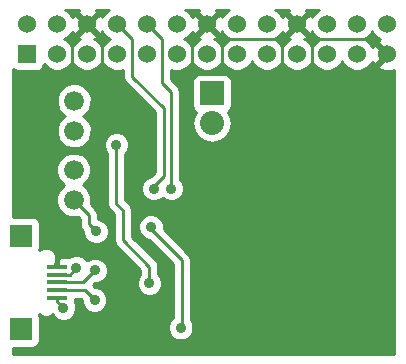
<source format=gbr>
G04 #@! TF.FileFunction,Copper,L2,Bot,Signal*
%FSLAX46Y46*%
G04 Gerber Fmt 4.6, Leading zero omitted, Abs format (unit mm)*
G04 Created by KiCad (PCBNEW 4.0.1-stable) date 4/22/2016 1:25:18 PM*
%MOMM*%
G01*
G04 APERTURE LIST*
%ADD10C,0.150000*%
%ADD11R,1.524000X1.524000*%
%ADD12C,1.524000*%
%ADD13C,1.676400*%
%ADD14R,2.032000X2.032000*%
%ADD15O,2.032000X2.032000*%
%ADD16R,1.800000X0.400000*%
%ADD17R,1.900000X1.900000*%
%ADD18C,0.889000*%
%ADD19C,0.254000*%
G04 APERTURE END LIST*
D10*
D11*
X1905000Y-4445000D03*
D12*
X1905000Y-1905000D03*
X4445000Y-4445000D03*
X4445000Y-1905000D03*
X6985000Y-4445000D03*
X6985000Y-1905000D03*
X9525000Y-4445000D03*
X9525000Y-1905000D03*
X12065000Y-4445000D03*
X12065000Y-1905000D03*
X14605000Y-4445000D03*
X14605000Y-1905000D03*
X17145000Y-4445000D03*
X17145000Y-1905000D03*
X19685000Y-4445000D03*
X19685000Y-1905000D03*
X22225000Y-4445000D03*
X22225000Y-1905000D03*
X24765000Y-4445000D03*
X24765000Y-1905000D03*
X27305000Y-4445000D03*
X27305000Y-1905000D03*
X29845000Y-4445000D03*
X29845000Y-1905000D03*
X32385000Y-4445000D03*
X32385000Y-1905000D03*
D13*
X5842000Y-14224000D03*
X5842000Y-16764000D03*
X5880000Y-8380000D03*
X5880000Y-10920000D03*
D14*
X17550000Y-7730000D03*
D15*
X17550000Y-10270000D03*
D16*
X4400000Y-25030000D03*
X4400000Y-24380000D03*
X4400000Y-23730000D03*
X4400000Y-23080000D03*
X4400000Y-22430000D03*
D17*
X1375000Y-27680000D03*
X1375000Y-19780000D03*
D18*
X14908000Y-27584000D03*
X12382500Y-19050000D03*
X4980000Y-25900000D03*
X7620000Y-25240000D03*
X7650000Y-22740000D03*
X4622800Y-29083000D03*
X5840000Y-19600000D03*
X10858500Y-24257000D03*
X9652000Y-22860000D03*
X3790000Y-18960000D03*
X12636500Y-15811500D03*
X12255500Y-23812500D03*
X9460000Y-12100000D03*
X7747000Y-19431000D03*
X14097000Y-15811500D03*
X6080000Y-22500000D03*
D19*
X14986000Y-27506000D02*
X14986000Y-21844000D01*
X14908000Y-27584000D02*
X14986000Y-27506000D01*
X12382500Y-19050000D02*
X12382500Y-19240500D01*
X12382500Y-19240500D02*
X14986000Y-21844000D01*
X4400000Y-25030000D02*
X4400000Y-25320000D01*
X4400000Y-25320000D02*
X4980000Y-25900000D01*
X4400000Y-24380000D02*
X6770000Y-24390000D01*
X6770000Y-24390000D02*
X7620000Y-25240000D01*
X7620000Y-25240000D02*
X6770000Y-24390000D01*
X6770000Y-24390000D02*
X4000000Y-24380000D01*
X4400000Y-23730000D02*
X6650000Y-23740000D01*
X6650000Y-23740000D02*
X7650000Y-22740000D01*
X6650000Y-23740000D02*
X7650000Y-22740000D01*
X4000000Y-23730000D02*
X6650000Y-23740000D01*
X4400000Y-22430000D02*
X4360000Y-21080000D01*
X4360000Y-21080000D02*
X5840000Y-19600000D01*
X23495000Y-3175000D02*
X18415000Y-3175000D01*
X31242000Y-3175000D02*
X26035000Y-3175000D01*
X8255000Y-5207000D02*
X8255000Y-3175000D01*
X8255000Y-3175000D02*
X6985000Y-1905000D01*
X26035000Y-5334000D02*
X26035000Y-3175000D01*
X26035000Y-3175000D02*
X24765000Y-1905000D01*
X18415000Y-5334000D02*
X18415000Y-3175000D01*
X18415000Y-3175000D02*
X17145000Y-1905000D01*
X5715000Y-5080000D02*
X5715000Y-3175000D01*
X5715000Y-3175000D02*
X6985000Y-1905000D01*
X23495000Y-5461000D02*
X23495000Y-3175000D01*
X23495000Y-3175000D02*
X24765000Y-1905000D01*
X15875000Y-5207000D02*
X15875000Y-3175000D01*
X15875000Y-3175000D02*
X17145000Y-1905000D01*
X4000000Y-22430000D02*
X4030000Y-22430000D01*
X12636500Y-15811500D02*
X12636500Y-15557500D01*
X10795000Y-3175000D02*
X9525000Y-1905000D01*
X10795000Y-6350000D02*
X10795000Y-3175000D01*
X13462000Y-9017000D02*
X10795000Y-6350000D01*
X13462000Y-14732000D02*
X13462000Y-9017000D01*
X12636500Y-15557500D02*
X13462000Y-14732000D01*
X9461500Y-12101500D02*
X9461500Y-17081500D01*
X12255500Y-22415500D02*
X12255500Y-23812500D01*
X10033000Y-20193000D02*
X12255500Y-22415500D01*
X10033000Y-17653000D02*
X10033000Y-20193000D01*
X9461500Y-17081500D02*
X10033000Y-17653000D01*
X9461500Y-12101500D02*
X9460000Y-12100000D01*
X7112000Y-18796000D02*
X7112000Y-18034000D01*
X7747000Y-19431000D02*
X7112000Y-18796000D01*
X7112000Y-18034000D02*
X5842000Y-16764000D01*
X12065000Y-1905000D02*
X12089000Y-1905000D01*
X12089000Y-1905000D02*
X13335000Y-3151000D01*
X13335000Y-3151000D02*
X13335000Y-6858000D01*
X13335000Y-6858000D02*
X14097000Y-7620000D01*
X14097000Y-7620000D02*
X14097000Y-15811500D01*
X4400000Y-23080000D02*
X5500000Y-23080000D01*
X5500000Y-23080000D02*
X6080000Y-22500000D01*
X4000000Y-23080000D02*
X5280000Y-23080000D01*
G36*
X8940512Y-3174949D02*
X8734697Y-3259990D01*
X8341371Y-3652630D01*
X8255050Y-3860512D01*
X8170010Y-3654697D01*
X7777370Y-3261371D01*
X7585272Y-3181605D01*
X7716143Y-3127397D01*
X7785608Y-2885213D01*
X6985000Y-2084605D01*
X6184392Y-2885213D01*
X6253857Y-3127397D01*
X6394317Y-3177508D01*
X6194697Y-3259990D01*
X5801371Y-3652630D01*
X5715050Y-3860512D01*
X5630010Y-3654697D01*
X5237370Y-3261371D01*
X5029487Y-3175050D01*
X5235303Y-3090010D01*
X5628629Y-2697370D01*
X5708394Y-2505272D01*
X5762603Y-2636143D01*
X6004787Y-2705608D01*
X6805395Y-1905000D01*
X6004787Y-1104392D01*
X5762603Y-1173857D01*
X5712491Y-1314317D01*
X5630010Y-1114697D01*
X5237370Y-721371D01*
X5149778Y-685000D01*
X6253169Y-685000D01*
X6184392Y-924787D01*
X6985000Y-1725395D01*
X7785608Y-924787D01*
X7716830Y-685000D01*
X8819379Y-685000D01*
X8734697Y-719990D01*
X8341371Y-1112630D01*
X8261605Y-1304727D01*
X8207397Y-1173857D01*
X7965213Y-1104392D01*
X7164605Y-1905000D01*
X7965213Y-2705608D01*
X8207397Y-2636143D01*
X8257508Y-2495682D01*
X8339990Y-2695303D01*
X8732630Y-3088629D01*
X8940512Y-3174949D01*
X8940512Y-3174949D01*
G37*
X8940512Y-3174949D02*
X8734697Y-3259990D01*
X8341371Y-3652630D01*
X8255050Y-3860512D01*
X8170010Y-3654697D01*
X7777370Y-3261371D01*
X7585272Y-3181605D01*
X7716143Y-3127397D01*
X7785608Y-2885213D01*
X6985000Y-2084605D01*
X6184392Y-2885213D01*
X6253857Y-3127397D01*
X6394317Y-3177508D01*
X6194697Y-3259990D01*
X5801371Y-3652630D01*
X5715050Y-3860512D01*
X5630010Y-3654697D01*
X5237370Y-3261371D01*
X5029487Y-3175050D01*
X5235303Y-3090010D01*
X5628629Y-2697370D01*
X5708394Y-2505272D01*
X5762603Y-2636143D01*
X6004787Y-2705608D01*
X6805395Y-1905000D01*
X6004787Y-1104392D01*
X5762603Y-1173857D01*
X5712491Y-1314317D01*
X5630010Y-1114697D01*
X5237370Y-721371D01*
X5149778Y-685000D01*
X6253169Y-685000D01*
X6184392Y-924787D01*
X6985000Y-1725395D01*
X7785608Y-924787D01*
X7716830Y-685000D01*
X8819379Y-685000D01*
X8734697Y-719990D01*
X8341371Y-1112630D01*
X8261605Y-1304727D01*
X8207397Y-1173857D01*
X7965213Y-1104392D01*
X7164605Y-1905000D01*
X7965213Y-2705608D01*
X8207397Y-2636143D01*
X8257508Y-2495682D01*
X8339990Y-2695303D01*
X8732630Y-3088629D01*
X8940512Y-3174949D01*
G36*
X12258747Y-4459142D02*
X12079142Y-4638747D01*
X12065000Y-4624605D01*
X12050857Y-4638747D01*
X11871252Y-4459142D01*
X11885395Y-4445000D01*
X11871252Y-4430857D01*
X12050857Y-4251252D01*
X12065000Y-4265395D01*
X12079142Y-4251252D01*
X12258747Y-4430857D01*
X12244605Y-4445000D01*
X12258747Y-4459142D01*
X12258747Y-4459142D01*
G37*
X12258747Y-4459142D02*
X12079142Y-4638747D01*
X12065000Y-4624605D01*
X12050857Y-4638747D01*
X11871252Y-4459142D01*
X11885395Y-4445000D01*
X11871252Y-4430857D01*
X12050857Y-4251252D01*
X12065000Y-4265395D01*
X12079142Y-4251252D01*
X12258747Y-4430857D01*
X12244605Y-4445000D01*
X12258747Y-4459142D01*
G36*
X19100512Y-3174949D02*
X18894697Y-3259990D01*
X18501371Y-3652630D01*
X18415050Y-3860512D01*
X18330010Y-3654697D01*
X17937370Y-3261371D01*
X17745272Y-3181605D01*
X17876143Y-3127397D01*
X17945608Y-2885213D01*
X17145000Y-2084605D01*
X16344392Y-2885213D01*
X16413857Y-3127397D01*
X16554317Y-3177508D01*
X16354697Y-3259990D01*
X15961371Y-3652630D01*
X15875050Y-3860512D01*
X15790010Y-3654697D01*
X15397370Y-3261371D01*
X15189487Y-3175050D01*
X15395303Y-3090010D01*
X15788629Y-2697370D01*
X15868394Y-2505272D01*
X15922603Y-2636143D01*
X16164787Y-2705608D01*
X16965395Y-1905000D01*
X16164787Y-1104392D01*
X15922603Y-1173857D01*
X15872491Y-1314317D01*
X15790010Y-1114697D01*
X15397370Y-721371D01*
X15309778Y-685000D01*
X16413169Y-685000D01*
X16344392Y-924787D01*
X17145000Y-1725395D01*
X17945608Y-924787D01*
X17876830Y-685000D01*
X18979379Y-685000D01*
X18894697Y-719990D01*
X18501371Y-1112630D01*
X18421605Y-1304727D01*
X18367397Y-1173857D01*
X18125213Y-1104392D01*
X17324605Y-1905000D01*
X18125213Y-2705608D01*
X18367397Y-2636143D01*
X18417508Y-2495682D01*
X18499990Y-2695303D01*
X18892630Y-3088629D01*
X19100512Y-3174949D01*
X19100512Y-3174949D01*
G37*
X19100512Y-3174949D02*
X18894697Y-3259990D01*
X18501371Y-3652630D01*
X18415050Y-3860512D01*
X18330010Y-3654697D01*
X17937370Y-3261371D01*
X17745272Y-3181605D01*
X17876143Y-3127397D01*
X17945608Y-2885213D01*
X17145000Y-2084605D01*
X16344392Y-2885213D01*
X16413857Y-3127397D01*
X16554317Y-3177508D01*
X16354697Y-3259990D01*
X15961371Y-3652630D01*
X15875050Y-3860512D01*
X15790010Y-3654697D01*
X15397370Y-3261371D01*
X15189487Y-3175050D01*
X15395303Y-3090010D01*
X15788629Y-2697370D01*
X15868394Y-2505272D01*
X15922603Y-2636143D01*
X16164787Y-2705608D01*
X16965395Y-1905000D01*
X16164787Y-1104392D01*
X15922603Y-1173857D01*
X15872491Y-1314317D01*
X15790010Y-1114697D01*
X15397370Y-721371D01*
X15309778Y-685000D01*
X16413169Y-685000D01*
X16344392Y-924787D01*
X17145000Y-1725395D01*
X17945608Y-924787D01*
X17876830Y-685000D01*
X18979379Y-685000D01*
X18894697Y-719990D01*
X18501371Y-1112630D01*
X18421605Y-1304727D01*
X18367397Y-1173857D01*
X18125213Y-1104392D01*
X17324605Y-1905000D01*
X18125213Y-2705608D01*
X18367397Y-2636143D01*
X18417508Y-2495682D01*
X18499990Y-2695303D01*
X18892630Y-3088629D01*
X19100512Y-3174949D01*
G36*
X26720512Y-3174949D02*
X26514697Y-3259990D01*
X26121371Y-3652630D01*
X26035050Y-3860512D01*
X25950010Y-3654697D01*
X25557370Y-3261371D01*
X25365272Y-3181605D01*
X25496143Y-3127397D01*
X25565608Y-2885213D01*
X24765000Y-2084605D01*
X23964392Y-2885213D01*
X24033857Y-3127397D01*
X24174317Y-3177508D01*
X23974697Y-3259990D01*
X23581371Y-3652630D01*
X23495050Y-3860512D01*
X23410010Y-3654697D01*
X23017370Y-3261371D01*
X22809487Y-3175050D01*
X23015303Y-3090010D01*
X23408629Y-2697370D01*
X23488394Y-2505272D01*
X23542603Y-2636143D01*
X23784787Y-2705608D01*
X24585395Y-1905000D01*
X23784787Y-1104392D01*
X23542603Y-1173857D01*
X23492491Y-1314317D01*
X23410010Y-1114697D01*
X23017370Y-721371D01*
X22929778Y-685000D01*
X24033169Y-685000D01*
X23964392Y-924787D01*
X24765000Y-1725395D01*
X25565608Y-924787D01*
X25496830Y-685000D01*
X26599379Y-685000D01*
X26514697Y-719990D01*
X26121371Y-1112630D01*
X26041605Y-1304727D01*
X25987397Y-1173857D01*
X25745213Y-1104392D01*
X24944605Y-1905000D01*
X25745213Y-2705608D01*
X25987397Y-2636143D01*
X26037508Y-2495682D01*
X26119990Y-2695303D01*
X26512630Y-3088629D01*
X26720512Y-3174949D01*
X26720512Y-3174949D01*
G37*
X26720512Y-3174949D02*
X26514697Y-3259990D01*
X26121371Y-3652630D01*
X26035050Y-3860512D01*
X25950010Y-3654697D01*
X25557370Y-3261371D01*
X25365272Y-3181605D01*
X25496143Y-3127397D01*
X25565608Y-2885213D01*
X24765000Y-2084605D01*
X23964392Y-2885213D01*
X24033857Y-3127397D01*
X24174317Y-3177508D01*
X23974697Y-3259990D01*
X23581371Y-3652630D01*
X23495050Y-3860512D01*
X23410010Y-3654697D01*
X23017370Y-3261371D01*
X22809487Y-3175050D01*
X23015303Y-3090010D01*
X23408629Y-2697370D01*
X23488394Y-2505272D01*
X23542603Y-2636143D01*
X23784787Y-2705608D01*
X24585395Y-1905000D01*
X23784787Y-1104392D01*
X23542603Y-1173857D01*
X23492491Y-1314317D01*
X23410010Y-1114697D01*
X23017370Y-721371D01*
X22929778Y-685000D01*
X24033169Y-685000D01*
X23964392Y-924787D01*
X24765000Y-1725395D01*
X25565608Y-924787D01*
X25496830Y-685000D01*
X26599379Y-685000D01*
X26514697Y-719990D01*
X26121371Y-1112630D01*
X26041605Y-1304727D01*
X25987397Y-1173857D01*
X25745213Y-1104392D01*
X24944605Y-1905000D01*
X25745213Y-2705608D01*
X25987397Y-2636143D01*
X26037508Y-2495682D01*
X26119990Y-2695303D01*
X26512630Y-3088629D01*
X26720512Y-3174949D01*
G36*
X32970000Y-29795000D02*
X19233345Y-29795000D01*
X19233345Y-10270000D01*
X19107670Y-9638190D01*
X18880830Y-9298701D01*
X19020927Y-9206673D01*
X19163377Y-8995640D01*
X19213440Y-8746000D01*
X19213440Y-6714000D01*
X19166463Y-6471877D01*
X19026673Y-6259073D01*
X18815640Y-6116623D01*
X18566000Y-6066560D01*
X16534000Y-6066560D01*
X16291877Y-6113537D01*
X16079073Y-6253327D01*
X15936623Y-6464360D01*
X15886560Y-6714000D01*
X15886560Y-8746000D01*
X15933537Y-8988123D01*
X16073327Y-9200927D01*
X16218860Y-9299163D01*
X15992330Y-9638190D01*
X15866655Y-10270000D01*
X15992330Y-10901810D01*
X16350222Y-11437433D01*
X16885845Y-11795325D01*
X17517655Y-11921000D01*
X17582345Y-11921000D01*
X18214155Y-11795325D01*
X18749778Y-11437433D01*
X19107670Y-10901810D01*
X19233345Y-10270000D01*
X19233345Y-29795000D01*
X15987687Y-29795000D01*
X15987687Y-27370216D01*
X15823689Y-26973311D01*
X15748000Y-26897489D01*
X15748000Y-21844000D01*
X15689996Y-21552396D01*
X15689996Y-21552395D01*
X15524815Y-21305185D01*
X13461833Y-19242203D01*
X13462187Y-18836216D01*
X13298189Y-18439311D01*
X12994786Y-18135378D01*
X12598168Y-17970687D01*
X12168716Y-17970313D01*
X11771811Y-18134311D01*
X11467878Y-18437714D01*
X11303187Y-18834332D01*
X11302813Y-19263784D01*
X11466811Y-19660689D01*
X11770214Y-19964622D01*
X12166832Y-20129313D01*
X12193706Y-20129336D01*
X14224000Y-22159630D01*
X14224000Y-26741494D01*
X13993378Y-26971714D01*
X13828687Y-27368332D01*
X13828313Y-27797784D01*
X13992311Y-28194689D01*
X14295714Y-28498622D01*
X14692332Y-28663313D01*
X15121784Y-28663687D01*
X15518689Y-28499689D01*
X15822622Y-28196286D01*
X15987313Y-27799668D01*
X15987687Y-27370216D01*
X15987687Y-29795000D01*
X13335187Y-29795000D01*
X13335187Y-23598716D01*
X13171189Y-23201811D01*
X13017500Y-23047853D01*
X13017500Y-22415500D01*
X12959496Y-22123896D01*
X12959496Y-22123895D01*
X12893334Y-22024876D01*
X12794316Y-21876685D01*
X10795000Y-19877369D01*
X10795000Y-17653000D01*
X10736996Y-17361395D01*
X10571815Y-17114185D01*
X10223500Y-16765870D01*
X10223500Y-12863144D01*
X10374622Y-12712286D01*
X10539313Y-12315668D01*
X10539687Y-11886216D01*
X10375689Y-11489311D01*
X10072286Y-11185378D01*
X9675668Y-11020687D01*
X9246216Y-11020313D01*
X8849311Y-11184311D01*
X8545378Y-11487714D01*
X8380687Y-11884332D01*
X8380313Y-12313784D01*
X8544311Y-12710689D01*
X8699500Y-12866149D01*
X8699500Y-17081500D01*
X8757504Y-17373105D01*
X8922685Y-17620315D01*
X9271000Y-17968630D01*
X9271000Y-20193000D01*
X9329004Y-20484605D01*
X9494185Y-20731815D01*
X11493500Y-22731130D01*
X11493500Y-23047858D01*
X11340878Y-23200214D01*
X11176187Y-23596832D01*
X11175813Y-24026284D01*
X11339811Y-24423189D01*
X11643214Y-24727122D01*
X12039832Y-24891813D01*
X12469284Y-24892187D01*
X12866189Y-24728189D01*
X13170122Y-24424786D01*
X13334813Y-24028168D01*
X13335187Y-23598716D01*
X13335187Y-29795000D01*
X8826687Y-29795000D01*
X8826687Y-19217216D01*
X8662689Y-18820311D01*
X8359286Y-18516378D01*
X7962668Y-18351687D01*
X7874000Y-18351609D01*
X7874000Y-18034000D01*
X7815996Y-17742395D01*
X7650815Y-17495185D01*
X7650815Y-17495184D01*
X7353455Y-17197824D01*
X7353455Y-10628248D01*
X7129647Y-10086589D01*
X6715591Y-9671810D01*
X6663608Y-9650224D01*
X6713411Y-9629647D01*
X7128190Y-9215591D01*
X7352944Y-8674323D01*
X7353455Y-8088248D01*
X7129647Y-7546589D01*
X6715591Y-7131810D01*
X6174323Y-6907056D01*
X5588248Y-6906545D01*
X5046589Y-7130353D01*
X4631810Y-7544409D01*
X4407056Y-8085677D01*
X4406545Y-8671752D01*
X4630353Y-9213411D01*
X5044409Y-9628190D01*
X5096391Y-9649775D01*
X5046589Y-9670353D01*
X4631810Y-10084409D01*
X4407056Y-10625677D01*
X4406545Y-11211752D01*
X4630353Y-11753411D01*
X5044409Y-12168190D01*
X5585677Y-12392944D01*
X6171752Y-12393455D01*
X6713411Y-12169647D01*
X7128190Y-11755591D01*
X7352944Y-11214323D01*
X7353455Y-10628248D01*
X7353455Y-17197824D01*
X7285313Y-17129682D01*
X7314944Y-17058323D01*
X7315455Y-16472248D01*
X7091647Y-15930589D01*
X6677591Y-15515810D01*
X6625608Y-15494224D01*
X6675411Y-15473647D01*
X7090190Y-15059591D01*
X7314944Y-14518323D01*
X7315455Y-13932248D01*
X7091647Y-13390589D01*
X6677591Y-12975810D01*
X6136323Y-12751056D01*
X5550248Y-12750545D01*
X5008589Y-12974353D01*
X4593810Y-13388409D01*
X4369056Y-13929677D01*
X4368545Y-14515752D01*
X4592353Y-15057411D01*
X5006409Y-15472190D01*
X5058391Y-15493775D01*
X5008589Y-15514353D01*
X4593810Y-15928409D01*
X4369056Y-16469677D01*
X4368545Y-17055752D01*
X4592353Y-17597411D01*
X5006409Y-18012190D01*
X5547677Y-18236944D01*
X6133752Y-18237455D01*
X6207395Y-18207026D01*
X6350000Y-18349630D01*
X6350000Y-18796000D01*
X6408004Y-19087605D01*
X6573185Y-19334815D01*
X6667500Y-19429130D01*
X6667313Y-19644784D01*
X6831311Y-20041689D01*
X7134714Y-20345622D01*
X7531332Y-20510313D01*
X7960784Y-20510687D01*
X8357689Y-20346689D01*
X8661622Y-20043286D01*
X8826313Y-19646668D01*
X8826687Y-19217216D01*
X8826687Y-29795000D01*
X685000Y-29795000D01*
X685000Y-29277440D01*
X2325000Y-29277440D01*
X2567123Y-29230463D01*
X2779927Y-29090673D01*
X2922377Y-28879640D01*
X2972440Y-28630000D01*
X2972440Y-26730000D01*
X2925463Y-26487877D01*
X2886438Y-26428469D01*
X2958853Y-26501011D01*
X3293196Y-26639842D01*
X3655216Y-26640158D01*
X3989800Y-26501910D01*
X4039984Y-26451813D01*
X4064311Y-26510689D01*
X4367714Y-26814622D01*
X4764332Y-26979313D01*
X5193784Y-26979687D01*
X5590689Y-26815689D01*
X5894622Y-26512286D01*
X6059313Y-26115668D01*
X6059687Y-25686216D01*
X5922522Y-25354252D01*
X5947440Y-25230000D01*
X5947440Y-25149035D01*
X6453231Y-25150861D01*
X6540500Y-25238131D01*
X6540313Y-25453784D01*
X6704311Y-25850689D01*
X7007714Y-26154622D01*
X7404332Y-26319313D01*
X7833784Y-26319687D01*
X8230689Y-26155689D01*
X8534622Y-25852286D01*
X8699313Y-25455668D01*
X8699687Y-25026216D01*
X8535689Y-24629311D01*
X8232286Y-24325378D01*
X7835668Y-24160687D01*
X7618127Y-24160497D01*
X7462630Y-24005000D01*
X7648131Y-23819499D01*
X7863784Y-23819687D01*
X8260689Y-23655689D01*
X8564622Y-23352286D01*
X8729313Y-22955668D01*
X8729687Y-22526216D01*
X8565689Y-22129311D01*
X8262286Y-21825378D01*
X7865668Y-21660687D01*
X7436216Y-21660313D01*
X7039311Y-21824311D01*
X6984961Y-21878565D01*
X6692286Y-21585378D01*
X6295668Y-21420687D01*
X5866216Y-21420313D01*
X5469311Y-21584311D01*
X5449133Y-21604453D01*
X5426310Y-21595000D01*
X5173691Y-21595000D01*
X4685750Y-21595000D01*
X4527000Y-21753750D01*
X4527000Y-22232560D01*
X4273000Y-22232560D01*
X4273000Y-22181150D01*
X4384842Y-21911804D01*
X4385158Y-21549784D01*
X4246910Y-21215200D01*
X3991147Y-20958989D01*
X3656804Y-20820158D01*
X3294784Y-20819842D01*
X2960200Y-20958090D01*
X2888836Y-21029328D01*
X2922377Y-20979640D01*
X2972440Y-20730000D01*
X2972440Y-18830000D01*
X2925463Y-18587877D01*
X2785673Y-18375073D01*
X2574640Y-18232623D01*
X2325000Y-18182560D01*
X685000Y-18182560D01*
X685000Y-5663731D01*
X893360Y-5804377D01*
X1143000Y-5854440D01*
X2667000Y-5854440D01*
X2909123Y-5807463D01*
X3121927Y-5667673D01*
X3264377Y-5456640D01*
X3300604Y-5275988D01*
X3652630Y-5628629D01*
X4165900Y-5841757D01*
X4721661Y-5842242D01*
X5235303Y-5630010D01*
X5628629Y-5237370D01*
X5714949Y-5029487D01*
X5799990Y-5235303D01*
X6192630Y-5628629D01*
X6705900Y-5841757D01*
X7261661Y-5842242D01*
X7775303Y-5630010D01*
X8168629Y-5237370D01*
X8254949Y-5029487D01*
X8339990Y-5235303D01*
X8732630Y-5628629D01*
X9245900Y-5841757D01*
X9801661Y-5842242D01*
X10033000Y-5746654D01*
X10033000Y-6350000D01*
X10091004Y-6641605D01*
X10256185Y-6888815D01*
X12700000Y-9332630D01*
X12700000Y-14416369D01*
X12357687Y-14758682D01*
X12025811Y-14895811D01*
X11721878Y-15199214D01*
X11557187Y-15595832D01*
X11556813Y-16025284D01*
X11720811Y-16422189D01*
X12024214Y-16726122D01*
X12420832Y-16890813D01*
X12850284Y-16891187D01*
X13247189Y-16727189D01*
X13366692Y-16607894D01*
X13484714Y-16726122D01*
X13881332Y-16890813D01*
X14310784Y-16891187D01*
X14707689Y-16727189D01*
X15011622Y-16423786D01*
X15176313Y-16027168D01*
X15176687Y-15597716D01*
X15012689Y-15200811D01*
X14859000Y-15046853D01*
X14859000Y-7620000D01*
X14800996Y-7328396D01*
X14800996Y-7328395D01*
X14734834Y-7229376D01*
X14635816Y-7081185D01*
X14097000Y-6542369D01*
X14097000Y-5746709D01*
X14325900Y-5841757D01*
X14881661Y-5842242D01*
X15395303Y-5630010D01*
X15788629Y-5237370D01*
X15874949Y-5029487D01*
X15959990Y-5235303D01*
X16352630Y-5628629D01*
X16865900Y-5841757D01*
X17421661Y-5842242D01*
X17935303Y-5630010D01*
X18328629Y-5237370D01*
X18414949Y-5029487D01*
X18499990Y-5235303D01*
X18892630Y-5628629D01*
X19405900Y-5841757D01*
X19961661Y-5842242D01*
X20475303Y-5630010D01*
X20868629Y-5237370D01*
X20954949Y-5029487D01*
X21039990Y-5235303D01*
X21432630Y-5628629D01*
X21945900Y-5841757D01*
X22501661Y-5842242D01*
X23015303Y-5630010D01*
X23408629Y-5237370D01*
X23494949Y-5029487D01*
X23579990Y-5235303D01*
X23972630Y-5628629D01*
X24485900Y-5841757D01*
X25041661Y-5842242D01*
X25555303Y-5630010D01*
X25948629Y-5237370D01*
X26034949Y-5029487D01*
X26119990Y-5235303D01*
X26512630Y-5628629D01*
X27025900Y-5841757D01*
X27581661Y-5842242D01*
X28095303Y-5630010D01*
X28488629Y-5237370D01*
X28574949Y-5029487D01*
X28659990Y-5235303D01*
X29052630Y-5628629D01*
X29565900Y-5841757D01*
X30121661Y-5842242D01*
X30635303Y-5630010D01*
X31028629Y-5237370D01*
X31108394Y-5045272D01*
X31162603Y-5176143D01*
X31404787Y-5245608D01*
X32205395Y-4445000D01*
X31404787Y-3644392D01*
X31162603Y-3713857D01*
X31112491Y-3854317D01*
X31030010Y-3654697D01*
X30637370Y-3261371D01*
X30429487Y-3175050D01*
X30635303Y-3090010D01*
X31028629Y-2697370D01*
X31114949Y-2489487D01*
X31199990Y-2695303D01*
X31592630Y-3088629D01*
X31784727Y-3168394D01*
X31653857Y-3222603D01*
X31584392Y-3464787D01*
X32385000Y-4265395D01*
X32399142Y-4251252D01*
X32578747Y-4430857D01*
X32564605Y-4445000D01*
X32578747Y-4459142D01*
X32399142Y-4638747D01*
X32385000Y-4624605D01*
X31584392Y-5425213D01*
X31653857Y-5667397D01*
X32177302Y-5854144D01*
X32732368Y-5826362D01*
X32970000Y-5727931D01*
X32970000Y-29795000D01*
X32970000Y-29795000D01*
G37*
X32970000Y-29795000D02*
X19233345Y-29795000D01*
X19233345Y-10270000D01*
X19107670Y-9638190D01*
X18880830Y-9298701D01*
X19020927Y-9206673D01*
X19163377Y-8995640D01*
X19213440Y-8746000D01*
X19213440Y-6714000D01*
X19166463Y-6471877D01*
X19026673Y-6259073D01*
X18815640Y-6116623D01*
X18566000Y-6066560D01*
X16534000Y-6066560D01*
X16291877Y-6113537D01*
X16079073Y-6253327D01*
X15936623Y-6464360D01*
X15886560Y-6714000D01*
X15886560Y-8746000D01*
X15933537Y-8988123D01*
X16073327Y-9200927D01*
X16218860Y-9299163D01*
X15992330Y-9638190D01*
X15866655Y-10270000D01*
X15992330Y-10901810D01*
X16350222Y-11437433D01*
X16885845Y-11795325D01*
X17517655Y-11921000D01*
X17582345Y-11921000D01*
X18214155Y-11795325D01*
X18749778Y-11437433D01*
X19107670Y-10901810D01*
X19233345Y-10270000D01*
X19233345Y-29795000D01*
X15987687Y-29795000D01*
X15987687Y-27370216D01*
X15823689Y-26973311D01*
X15748000Y-26897489D01*
X15748000Y-21844000D01*
X15689996Y-21552396D01*
X15689996Y-21552395D01*
X15524815Y-21305185D01*
X13461833Y-19242203D01*
X13462187Y-18836216D01*
X13298189Y-18439311D01*
X12994786Y-18135378D01*
X12598168Y-17970687D01*
X12168716Y-17970313D01*
X11771811Y-18134311D01*
X11467878Y-18437714D01*
X11303187Y-18834332D01*
X11302813Y-19263784D01*
X11466811Y-19660689D01*
X11770214Y-19964622D01*
X12166832Y-20129313D01*
X12193706Y-20129336D01*
X14224000Y-22159630D01*
X14224000Y-26741494D01*
X13993378Y-26971714D01*
X13828687Y-27368332D01*
X13828313Y-27797784D01*
X13992311Y-28194689D01*
X14295714Y-28498622D01*
X14692332Y-28663313D01*
X15121784Y-28663687D01*
X15518689Y-28499689D01*
X15822622Y-28196286D01*
X15987313Y-27799668D01*
X15987687Y-27370216D01*
X15987687Y-29795000D01*
X13335187Y-29795000D01*
X13335187Y-23598716D01*
X13171189Y-23201811D01*
X13017500Y-23047853D01*
X13017500Y-22415500D01*
X12959496Y-22123896D01*
X12959496Y-22123895D01*
X12893334Y-22024876D01*
X12794316Y-21876685D01*
X10795000Y-19877369D01*
X10795000Y-17653000D01*
X10736996Y-17361395D01*
X10571815Y-17114185D01*
X10223500Y-16765870D01*
X10223500Y-12863144D01*
X10374622Y-12712286D01*
X10539313Y-12315668D01*
X10539687Y-11886216D01*
X10375689Y-11489311D01*
X10072286Y-11185378D01*
X9675668Y-11020687D01*
X9246216Y-11020313D01*
X8849311Y-11184311D01*
X8545378Y-11487714D01*
X8380687Y-11884332D01*
X8380313Y-12313784D01*
X8544311Y-12710689D01*
X8699500Y-12866149D01*
X8699500Y-17081500D01*
X8757504Y-17373105D01*
X8922685Y-17620315D01*
X9271000Y-17968630D01*
X9271000Y-20193000D01*
X9329004Y-20484605D01*
X9494185Y-20731815D01*
X11493500Y-22731130D01*
X11493500Y-23047858D01*
X11340878Y-23200214D01*
X11176187Y-23596832D01*
X11175813Y-24026284D01*
X11339811Y-24423189D01*
X11643214Y-24727122D01*
X12039832Y-24891813D01*
X12469284Y-24892187D01*
X12866189Y-24728189D01*
X13170122Y-24424786D01*
X13334813Y-24028168D01*
X13335187Y-23598716D01*
X13335187Y-29795000D01*
X8826687Y-29795000D01*
X8826687Y-19217216D01*
X8662689Y-18820311D01*
X8359286Y-18516378D01*
X7962668Y-18351687D01*
X7874000Y-18351609D01*
X7874000Y-18034000D01*
X7815996Y-17742395D01*
X7650815Y-17495185D01*
X7650815Y-17495184D01*
X7353455Y-17197824D01*
X7353455Y-10628248D01*
X7129647Y-10086589D01*
X6715591Y-9671810D01*
X6663608Y-9650224D01*
X6713411Y-9629647D01*
X7128190Y-9215591D01*
X7352944Y-8674323D01*
X7353455Y-8088248D01*
X7129647Y-7546589D01*
X6715591Y-7131810D01*
X6174323Y-6907056D01*
X5588248Y-6906545D01*
X5046589Y-7130353D01*
X4631810Y-7544409D01*
X4407056Y-8085677D01*
X4406545Y-8671752D01*
X4630353Y-9213411D01*
X5044409Y-9628190D01*
X5096391Y-9649775D01*
X5046589Y-9670353D01*
X4631810Y-10084409D01*
X4407056Y-10625677D01*
X4406545Y-11211752D01*
X4630353Y-11753411D01*
X5044409Y-12168190D01*
X5585677Y-12392944D01*
X6171752Y-12393455D01*
X6713411Y-12169647D01*
X7128190Y-11755591D01*
X7352944Y-11214323D01*
X7353455Y-10628248D01*
X7353455Y-17197824D01*
X7285313Y-17129682D01*
X7314944Y-17058323D01*
X7315455Y-16472248D01*
X7091647Y-15930589D01*
X6677591Y-15515810D01*
X6625608Y-15494224D01*
X6675411Y-15473647D01*
X7090190Y-15059591D01*
X7314944Y-14518323D01*
X7315455Y-13932248D01*
X7091647Y-13390589D01*
X6677591Y-12975810D01*
X6136323Y-12751056D01*
X5550248Y-12750545D01*
X5008589Y-12974353D01*
X4593810Y-13388409D01*
X4369056Y-13929677D01*
X4368545Y-14515752D01*
X4592353Y-15057411D01*
X5006409Y-15472190D01*
X5058391Y-15493775D01*
X5008589Y-15514353D01*
X4593810Y-15928409D01*
X4369056Y-16469677D01*
X4368545Y-17055752D01*
X4592353Y-17597411D01*
X5006409Y-18012190D01*
X5547677Y-18236944D01*
X6133752Y-18237455D01*
X6207395Y-18207026D01*
X6350000Y-18349630D01*
X6350000Y-18796000D01*
X6408004Y-19087605D01*
X6573185Y-19334815D01*
X6667500Y-19429130D01*
X6667313Y-19644784D01*
X6831311Y-20041689D01*
X7134714Y-20345622D01*
X7531332Y-20510313D01*
X7960784Y-20510687D01*
X8357689Y-20346689D01*
X8661622Y-20043286D01*
X8826313Y-19646668D01*
X8826687Y-19217216D01*
X8826687Y-29795000D01*
X685000Y-29795000D01*
X685000Y-29277440D01*
X2325000Y-29277440D01*
X2567123Y-29230463D01*
X2779927Y-29090673D01*
X2922377Y-28879640D01*
X2972440Y-28630000D01*
X2972440Y-26730000D01*
X2925463Y-26487877D01*
X2886438Y-26428469D01*
X2958853Y-26501011D01*
X3293196Y-26639842D01*
X3655216Y-26640158D01*
X3989800Y-26501910D01*
X4039984Y-26451813D01*
X4064311Y-26510689D01*
X4367714Y-26814622D01*
X4764332Y-26979313D01*
X5193784Y-26979687D01*
X5590689Y-26815689D01*
X5894622Y-26512286D01*
X6059313Y-26115668D01*
X6059687Y-25686216D01*
X5922522Y-25354252D01*
X5947440Y-25230000D01*
X5947440Y-25149035D01*
X6453231Y-25150861D01*
X6540500Y-25238131D01*
X6540313Y-25453784D01*
X6704311Y-25850689D01*
X7007714Y-26154622D01*
X7404332Y-26319313D01*
X7833784Y-26319687D01*
X8230689Y-26155689D01*
X8534622Y-25852286D01*
X8699313Y-25455668D01*
X8699687Y-25026216D01*
X8535689Y-24629311D01*
X8232286Y-24325378D01*
X7835668Y-24160687D01*
X7618127Y-24160497D01*
X7462630Y-24005000D01*
X7648131Y-23819499D01*
X7863784Y-23819687D01*
X8260689Y-23655689D01*
X8564622Y-23352286D01*
X8729313Y-22955668D01*
X8729687Y-22526216D01*
X8565689Y-22129311D01*
X8262286Y-21825378D01*
X7865668Y-21660687D01*
X7436216Y-21660313D01*
X7039311Y-21824311D01*
X6984961Y-21878565D01*
X6692286Y-21585378D01*
X6295668Y-21420687D01*
X5866216Y-21420313D01*
X5469311Y-21584311D01*
X5449133Y-21604453D01*
X5426310Y-21595000D01*
X5173691Y-21595000D01*
X4685750Y-21595000D01*
X4527000Y-21753750D01*
X4527000Y-22232560D01*
X4273000Y-22232560D01*
X4273000Y-22181150D01*
X4384842Y-21911804D01*
X4385158Y-21549784D01*
X4246910Y-21215200D01*
X3991147Y-20958989D01*
X3656804Y-20820158D01*
X3294784Y-20819842D01*
X2960200Y-20958090D01*
X2888836Y-21029328D01*
X2922377Y-20979640D01*
X2972440Y-20730000D01*
X2972440Y-18830000D01*
X2925463Y-18587877D01*
X2785673Y-18375073D01*
X2574640Y-18232623D01*
X2325000Y-18182560D01*
X685000Y-18182560D01*
X685000Y-5663731D01*
X893360Y-5804377D01*
X1143000Y-5854440D01*
X2667000Y-5854440D01*
X2909123Y-5807463D01*
X3121927Y-5667673D01*
X3264377Y-5456640D01*
X3300604Y-5275988D01*
X3652630Y-5628629D01*
X4165900Y-5841757D01*
X4721661Y-5842242D01*
X5235303Y-5630010D01*
X5628629Y-5237370D01*
X5714949Y-5029487D01*
X5799990Y-5235303D01*
X6192630Y-5628629D01*
X6705900Y-5841757D01*
X7261661Y-5842242D01*
X7775303Y-5630010D01*
X8168629Y-5237370D01*
X8254949Y-5029487D01*
X8339990Y-5235303D01*
X8732630Y-5628629D01*
X9245900Y-5841757D01*
X9801661Y-5842242D01*
X10033000Y-5746654D01*
X10033000Y-6350000D01*
X10091004Y-6641605D01*
X10256185Y-6888815D01*
X12700000Y-9332630D01*
X12700000Y-14416369D01*
X12357687Y-14758682D01*
X12025811Y-14895811D01*
X11721878Y-15199214D01*
X11557187Y-15595832D01*
X11556813Y-16025284D01*
X11720811Y-16422189D01*
X12024214Y-16726122D01*
X12420832Y-16890813D01*
X12850284Y-16891187D01*
X13247189Y-16727189D01*
X13366692Y-16607894D01*
X13484714Y-16726122D01*
X13881332Y-16890813D01*
X14310784Y-16891187D01*
X14707689Y-16727189D01*
X15011622Y-16423786D01*
X15176313Y-16027168D01*
X15176687Y-15597716D01*
X15012689Y-15200811D01*
X14859000Y-15046853D01*
X14859000Y-7620000D01*
X14800996Y-7328396D01*
X14800996Y-7328395D01*
X14734834Y-7229376D01*
X14635816Y-7081185D01*
X14097000Y-6542369D01*
X14097000Y-5746709D01*
X14325900Y-5841757D01*
X14881661Y-5842242D01*
X15395303Y-5630010D01*
X15788629Y-5237370D01*
X15874949Y-5029487D01*
X15959990Y-5235303D01*
X16352630Y-5628629D01*
X16865900Y-5841757D01*
X17421661Y-5842242D01*
X17935303Y-5630010D01*
X18328629Y-5237370D01*
X18414949Y-5029487D01*
X18499990Y-5235303D01*
X18892630Y-5628629D01*
X19405900Y-5841757D01*
X19961661Y-5842242D01*
X20475303Y-5630010D01*
X20868629Y-5237370D01*
X20954949Y-5029487D01*
X21039990Y-5235303D01*
X21432630Y-5628629D01*
X21945900Y-5841757D01*
X22501661Y-5842242D01*
X23015303Y-5630010D01*
X23408629Y-5237370D01*
X23494949Y-5029487D01*
X23579990Y-5235303D01*
X23972630Y-5628629D01*
X24485900Y-5841757D01*
X25041661Y-5842242D01*
X25555303Y-5630010D01*
X25948629Y-5237370D01*
X26034949Y-5029487D01*
X26119990Y-5235303D01*
X26512630Y-5628629D01*
X27025900Y-5841757D01*
X27581661Y-5842242D01*
X28095303Y-5630010D01*
X28488629Y-5237370D01*
X28574949Y-5029487D01*
X28659990Y-5235303D01*
X29052630Y-5628629D01*
X29565900Y-5841757D01*
X30121661Y-5842242D01*
X30635303Y-5630010D01*
X31028629Y-5237370D01*
X31108394Y-5045272D01*
X31162603Y-5176143D01*
X31404787Y-5245608D01*
X32205395Y-4445000D01*
X31404787Y-3644392D01*
X31162603Y-3713857D01*
X31112491Y-3854317D01*
X31030010Y-3654697D01*
X30637370Y-3261371D01*
X30429487Y-3175050D01*
X30635303Y-3090010D01*
X31028629Y-2697370D01*
X31114949Y-2489487D01*
X31199990Y-2695303D01*
X31592630Y-3088629D01*
X31784727Y-3168394D01*
X31653857Y-3222603D01*
X31584392Y-3464787D01*
X32385000Y-4265395D01*
X32399142Y-4251252D01*
X32578747Y-4430857D01*
X32564605Y-4445000D01*
X32578747Y-4459142D01*
X32399142Y-4638747D01*
X32385000Y-4624605D01*
X31584392Y-5425213D01*
X31653857Y-5667397D01*
X32177302Y-5854144D01*
X32732368Y-5826362D01*
X32970000Y-5727931D01*
X32970000Y-29795000D01*
M02*

</source>
